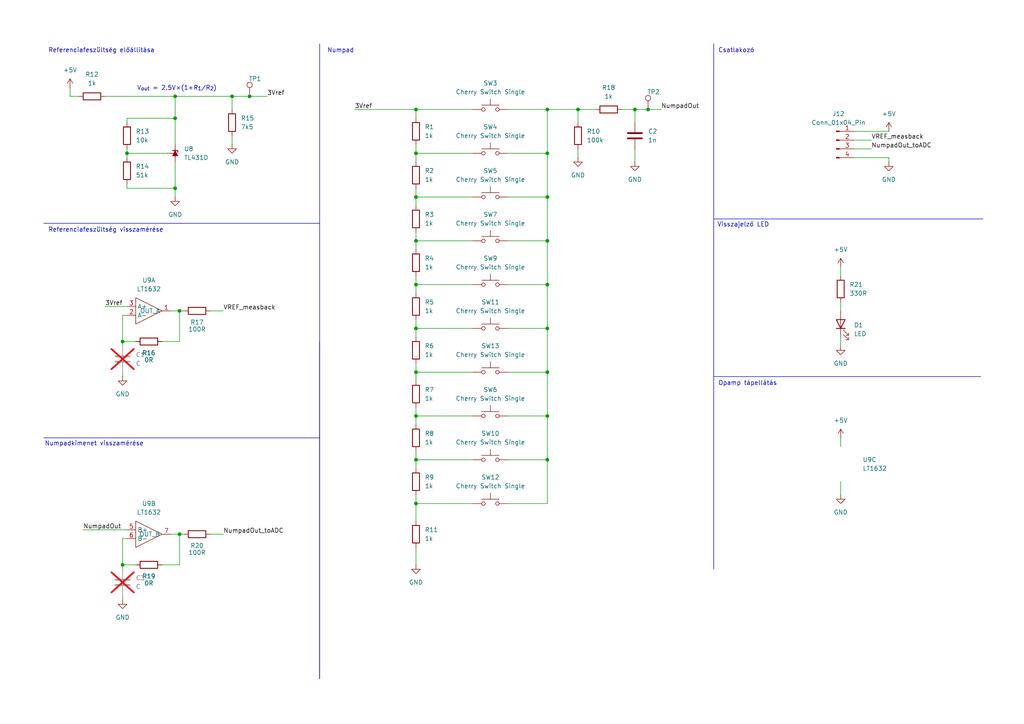
<source format=kicad_sch>
(kicad_sch (version 20250114) (generator "eeschema") (generator_version "9.0")
  (paper "A4")
  (lib_symbols
    (symbol "Connector:Conn_01x04_Pin" (pin_names (offset 1.016) (hide yes))
      (property "Reference" "J" (at 0 5.08 0))
      (property "Value" "Conn_01x04_Pin" (at 0 -7.62 0))
      (symbol "Conn_01x04_Pin_1_1"
        (rectangle (start 0.8636 2.667) (end 0 2.413) (stroke (width 0.1524)) (fill (type outline)))
        (rectangle (start 0.8636 0.127) (end 0 -0.127) (stroke (width 0.1524)) (fill (type outline)))
        (rectangle (start 0.8636 -2.413) (end 0 -2.667) (stroke (width 0.1524)) (fill (type outline)))
        (rectangle (start 0.8636 -4.953) (end 0 -5.207) (stroke (width 0.1524)) (fill (type outline)))
        (polyline (pts (xy 1.27 2.54) (xy 0.8636 2.54)) (stroke (width 0.1524)))
        (polyline (pts (xy 1.27 0) (xy 0.8636 0)) (stroke (width 0.1524)))
        (polyline (pts (xy 1.27 -2.54) (xy 0.8636 -2.54)) (stroke (width 0.1524)))
        (polyline (pts (xy 1.27 -5.08) (xy 0.8636 -5.08)) (stroke (width 0.1524)))
        (pin passive line (at 5.08 2.54 180) (length 3.81) (name "Pin_1") (number "1"))
        (pin passive line (at 5.08 0 180) (length 3.81) (name "Pin_2") (number "2"))
        (pin passive line (at 5.08 -2.54 180) (length 3.81) (name "Pin_3") (number "3"))
        (pin passive line (at 5.08 -5.08 180) (length 3.81) (name "Pin_4") (number "4"))
      )
    )
    (symbol "Connector:TestPoint" (pin_numbers (hide yes)) (pin_names (offset 0.762) (hide yes))
      (property "Reference" "TP" (at 0 6.858 0))
      (property "Value" "TestPoint" (at 0 5.08 0))
      (symbol "TestPoint_0_1"
        (circle (center 0 3.302) (radius 0.762))
      )
      (symbol "TestPoint_1_1"
        (pin passive line (at 0 0 90) (length 2.54) (name "1") (number "1"))
      )
    )
    (symbol "Device:C" (pin_numbers (hide yes)) (pin_names (offset 0.254))
      (property "Reference" "C" (at 0.635 2.54 0))
      (property "Value" "C" (at 0.635 -2.54 0))
      (symbol "C_0_1"
        (polyline (pts (xy -2.032 0.762) (xy 2.032 0.762)) (stroke (width 0.508)))
        (polyline (pts (xy -2.032 -0.762) (xy 2.032 -0.762)) (stroke (width 0.508)))
      )
      (symbol "C_1_1"
        (pin passive line (at 0 3.81 270) (length 2.794) (name "~") (number "1"))
        (pin passive line (at 0 -3.81 90) (length 2.794) (name "~") (number "2"))
      )
    )
    (symbol "Device:LED" (pin_numbers (hide yes)) (pin_names (offset 1.016) (hide yes))
      (property "Reference" "D" (at 0 2.54 0))
      (property "Value" "LED" (at 0 -2.54 0))
      (symbol "LED_0_1"
        (polyline (pts (xy -3.048 -0.762) (xy -4.572 -2.286) (xy -3.81 -2.286) (xy -4.572 -2.286) (xy -4.572 -1.524)))
        (polyline (pts (xy -1.778 -0.762) (xy -3.302 -2.286) (xy -2.54 -2.286) (xy -3.302 -2.286) (xy -3.302 -1.524)))
        (polyline (pts (xy -1.27 0) (xy 1.27 0)))
        (polyline (pts (xy -1.27 -1.27) (xy -1.27 1.27)) (stroke (width 0.254)))
        (polyline (pts (xy 1.27 -1.27) (xy 1.27 1.27) (xy -1.27 0) (xy 1.27 -1.27)) (stroke (width 0.254)))
      )
      (symbol "LED_1_1"
        (pin passive line (at -3.81 0 0) (length 2.54) (name "K") (number "1"))
        (pin passive line (at 3.81 0 180) (length 2.54) (name "A") (number "2"))
      )
    )
    (symbol "Device:R" (pin_numbers (hide yes)) (pin_names (offset 0))
      (property "Reference" "R" (at 2.032 0 90))
      (property "Value" "R" (at 0 0 90))
      (symbol "R_0_1"
        (rectangle (start -1.016 -2.54) (end 1.016 2.54) (stroke (width 0.254)))
      )
      (symbol "R_1_1"
        (pin passive line (at 0 3.81 270) (length 1.27) (name "~") (number "1"))
        (pin passive line (at 0 -3.81 90) (length 1.27) (name "~") (number "2"))
      )
    )
    (symbol "LT1632_1"
      (property "Reference" "U" (at 0.508 9.144 0))
      (property "Value" "LT1632" (at 0 0 0))
      (symbol "LT1632_1_1_1"
        (polyline (pts (xy 0 0) (xy 7.62 3.81) (xy 0 7.62) (xy 0 0)))
        (pin input line (at -2.54 5.08 0) (length 2.54) (name "A+") (number "3"))
        (pin input line (at -2.54 2.54 0) (length 2.54) (name "A-") (number "2"))
        (pin output line (at 10.16 3.81 180) (length 2.54) (name "OUT_A") (number "1"))
      )
      (symbol "LT1632_1_2_1"
        (polyline (pts (xy 0 0) (xy 7.62 3.81) (xy 0 7.62) (xy 0 0)))
        (pin input line (at -2.54 5.08 0) (length 2.54) (name "B+") (number "5"))
        (pin input line (at -2.54 2.54 0) (length 2.54) (name "B-") (number "6"))
        (pin output line (at 10.16 3.81 180) (length 2.54) (name "OUT_B") (number "7"))
      )
      (symbol "LT1632_1_3_1"
        (pin power_in line (at 2.54 8.89 270) (length 2.54) (hide yes) (name "V+") (number "8"))
        (pin power_in line (at 2.54 -1.27 90) (length 2.54) (hide yes) (name "V-") (number "4"))
      )
    )
    (symbol "Reference_Voltage:TL431D" (pin_numbers (hide yes)) (pin_names (hide yes))
      (property "Reference" "U" (at 0 -2.54 0))
      (property "Value" "TL431D" (at 0 -4.445 0))
      (symbol "TL431D_0_1"
        (polyline (pts (xy -1.27 0) (xy 0 0) (xy 1.27 0)))
        (polyline (pts (xy -0.762 -0.762) (xy -0.762 0.762) (xy -0.762 0.762) (xy 0.762 0) (xy -0.762 -0.762)) (fill (type outline)))
        (polyline (pts (xy 0.254 -0.762) (xy 0.762 -0.762) (xy 0.762 0.762) (xy 0.762 0.762)) (stroke (width 0.254)))
      )
      (symbol "TL431D_1_1"
        (polyline (pts (xy 0 1.27) (xy 0 0)))
        (pin passive line (at -2.54 0 0) (length 2.54) (name "A") (number "2"))
        (pin passive line (at -2.54 0 0) (length 2.54) (hide yes) (name "A") (number "3"))
        (pin passive line (at -2.54 0 0) (length 2.54) (hide yes) (name "A") (number "6"))
        (pin passive line (at -2.54 0 0) (length 2.54) (hide yes) (name "A") (number "7"))
        (pin passive line (at 0 2.54 270) (length 2.54) (name "REF") (number "8"))
        (pin passive line (at 2.54 0 180) (length 2.54) (name "K") (number "1"))
      )
    )
    (symbol "Switch:SW_Push" (pin_numbers (hide yes)) (pin_names (offset 1.016) (hide yes))
      (property "Reference" "SW" (at 1.27 2.54 0))
      (property "Value" "SW_Push" (at 0 -1.524 0))
      (symbol "SW_Push_0_1"
        (circle (center -2.032 0) (radius 0.508))
        (polyline (pts (xy 0 1.27) (xy 0 3.048)))
        (circle (center 2.032 0) (radius 0.508))
        (polyline (pts (xy 2.54 1.27) (xy -2.54 1.27)))
        (pin passive line (at -5.08 0 0) (length 2.54) (name "1") (number "1"))
        (pin passive line (at 5.08 0 180) (length 2.54) (name "2") (number "2"))
      )
    )
    (symbol "SymbolLib:LT1632"
      (property "Reference" "U" (at 0.508 9.144 0))
      (property "Value" "LT1632" (at 0 0 0))
      (symbol "LT1632_1_1"
        (polyline (pts (xy 0 0) (xy 7.62 3.81) (xy 0 7.62) (xy 0 0)))
        (pin input line (at -2.54 5.08 0) (length 2.54) (name "A+") (number "3"))
        (pin input line (at -2.54 2.54 0) (length 2.54) (name "A-") (number "2"))
        (pin output line (at 10.16 3.81 180) (length 2.54) (name "OUT_A") (number "1"))
      )
      (symbol "LT1632_2_1"
        (polyline (pts (xy 0 0) (xy 7.62 3.81) (xy 0 7.62) (xy 0 0)))
        (pin input line (at -2.54 5.08 0) (length 2.54) (name "B+") (number "5"))
        (pin input line (at -2.54 2.54 0) (length 2.54) (name "B-") (number "6"))
        (pin output line (at 10.16 3.81 180) (length 2.54) (name "OUT_B") (number "7"))
      )
      (symbol "LT1632_3_1"
        (polyline (pts (xy 0 0) (xy 7.62 3.81) (xy 0 7.62) (xy 0 0)))
        (pin power_in line (at 2.54 8.89 270) (length 2.54) (hide yes) (name "V+") (number "8"))
        (pin power_in line (at 2.54 -1.27 90) (length 2.54) (hide yes) (name "V-") (number "4"))
      )
    )
    (symbol "power:+5V" (power) (pin_numbers (hide yes)) (pin_names (offset 0) (hide yes))
      (property "Value" "+5V" (at 0 3.556 0))
      (symbol "+5V_0_1"
        (polyline (pts (xy -0.762 1.27) (xy 0 2.54)))
        (polyline (pts (xy 0 2.54) (xy 0.762 1.27)))
        (polyline (pts (xy 0 0) (xy 0 2.54)))
      )
      (symbol "+5V_1_1"
        (pin power_in line (at 0 0 90) (length 0) (name "~") (number "1"))
      )
    )
    (symbol "power:GND" (power) (pin_numbers (hide yes)) (pin_names (offset 0) (hide yes))
      (property "Value" "GND" (at 0 -3.81 0))
      (symbol "GND_0_1"
        (polyline (pts (xy 0 0) (xy 0 -1.27) (xy 1.27 -1.27) (xy 0 -2.54) (xy -1.27 -1.27) (xy 0 -1.27)))
      )
      (symbol "GND_1_1"
        (pin power_in line (at 0 0 270) (length 0) (name "~") (number "1"))
      )
    )
  )
  (text "Visszajelző LED\n\n" (at 208.026 64.516 0) (effects (font (size 1.27 1.27)) (justify left top)))
  (text "Referenciafeszültség előállítása" (at 13.97 13.97 0) (effects (font (size 1.27 1.27)) (justify left top)))
  (text "Numpad" (at 98.806 14.732 0) (effects (font (size 1.27 1.27))))
  (text "Opamp tápellátás" (at 208.28 110.49 0) (effects (font (size 1.27 1.27)) (justify left top)))
  (text "Referenciafeszültség visszamérése" (at 13.97 66.04 0) (effects (font (size 1.27 1.27)) (justify left top)))
  (text "Numpadkimenet visszamérése" (at 12.954 128.016 0) (effects (font (size 1.27 1.27)) (justify left top)))
  (text "V_{out} = 2.5V×(1+R_{1}/R_{2})" (exclude_from_sim yes) (at 51.308 25.654 0) (effects (font (size 1.27 1.27))))
  (text "Csatlakozó" (at 208.28 13.97 0) (effects (font (size 1.27 1.27)) (justify left top)))
  (junction (at 35.56 163.83))
  (junction (at 50.8 34.29))
  (junction (at 120.65 133.35))
  (junction (at 120.65 82.55))
  (junction (at 120.65 44.45))
  (junction (at 158.75 120.65))
  (junction (at 120.65 120.65))
  (junction (at 50.8 54.61))
  (junction (at 158.75 107.95))
  (junction (at 158.75 95.25))
  (junction (at 120.65 146.05))
  (junction (at 120.65 95.25))
  (junction (at 158.75 69.85))
  (junction (at 158.75 44.45))
  (junction (at 158.75 57.15))
  (junction (at 52.07 154.94))
  (junction (at 187.96 31.75))
  (junction (at 120.65 57.15))
  (junction (at 52.07 90.17))
  (junction (at 158.75 31.75))
  (junction (at 167.64 31.75))
  (junction (at 35.56 99.06))
  (junction (at 158.75 82.55))
  (junction (at 120.65 31.75))
  (junction (at 50.8 27.94))
  (junction (at 72.39 27.94))
  (junction (at 120.65 107.95))
  (junction (at 158.75 133.35))
  (junction (at 67.31 27.94))
  (junction (at 120.65 69.85))
  (junction (at 184.15 31.75))
  (junction (at 36.83 44.45))
  (wire (pts (xy 35.56 99.06) (xy 39.37 99.06)))
  (wire (pts (xy 120.65 67.31) (xy 120.65 69.85)))
  (polyline (pts (xy 207.01 12.7) (xy 207.01 165.1)))
  (wire (pts (xy 147.32 31.75) (xy 158.75 31.75)))
  (wire (pts (xy 184.15 31.75) (xy 187.96 31.75)))
  (wire (pts (xy 187.96 31.75) (xy 191.77 31.75)))
  (wire (pts (xy 243.84 87.63) (xy 243.84 90.17)))
  (wire (pts (xy 247.65 45.72) (xy 257.81 45.72)))
  (wire (pts (xy 102.87 31.75) (xy 120.65 31.75)))
  (wire (pts (xy 36.83 43.18) (xy 36.83 44.45)))
  (wire (pts (xy 50.8 46.99) (xy 50.8 54.61)))
  (wire (pts (xy 60.96 90.17) (xy 64.77 90.17)))
  (wire (pts (xy 120.65 146.05) (xy 120.65 151.13)))
  (wire (pts (xy 35.56 172.72) (xy 35.56 173.99)))
  (wire (pts (xy 158.75 31.75) (xy 158.75 44.45)))
  (wire (pts (xy 167.64 43.18) (xy 167.64 45.72)))
  (wire (pts (xy 147.32 133.35) (xy 158.75 133.35)))
  (wire (pts (xy 120.65 130.81) (xy 120.65 133.35)))
  (wire (pts (xy 36.83 34.29) (xy 50.8 34.29)))
  (wire (pts (xy 167.64 31.75) (xy 167.64 35.56)))
  (wire (pts (xy 167.64 31.75) (xy 172.72 31.75)))
  (wire (pts (xy 20.32 25.4) (xy 20.32 27.94)))
  (wire (pts (xy 120.65 92.71) (xy 120.65 95.25)))
  (wire (pts (xy 120.65 120.65) (xy 137.16 120.65)))
  (polyline (pts (xy 92.71 12.7) (xy 92.71 196.85)))
  (wire (pts (xy 35.56 107.95) (xy 35.56 109.22)))
  (wire (pts (xy 147.32 120.65) (xy 158.75 120.65)))
  (wire (pts (xy 120.65 107.95) (xy 137.16 107.95)))
  (wire (pts (xy 50.8 27.94) (xy 67.31 27.94)))
  (wire (pts (xy 120.65 57.15) (xy 120.65 59.69)))
  (wire (pts (xy 67.31 39.37) (xy 67.31 41.91)))
  (wire (pts (xy 35.56 156.21) (xy 35.56 163.83)))
  (wire (pts (xy 30.48 88.9) (xy 36.83 88.9)))
  (wire (pts (xy 52.07 163.83) (xy 52.07 154.94)))
  (wire (pts (xy 158.75 133.35) (xy 158.75 120.65)))
  (wire (pts (xy 120.65 82.55) (xy 137.16 82.55)))
  (wire (pts (xy 257.81 45.72) (xy 257.81 46.99)))
  (wire (pts (xy 120.65 31.75) (xy 120.65 34.29)))
  (wire (pts (xy 52.07 90.17) (xy 53.34 90.17)))
  (wire (pts (xy 50.8 27.94) (xy 50.8 34.29)))
  (wire (pts (xy 243.84 77.47) (xy 243.84 80.01)))
  (polyline (pts (xy 12.7 127) (xy 92.71 127)))
  (wire (pts (xy 158.75 57.15) (xy 158.75 44.45)))
  (wire (pts (xy 36.83 44.45) (xy 48.26 44.45)))
  (wire (pts (xy 120.65 57.15) (xy 137.16 57.15)))
  (wire (pts (xy 24.13 153.67) (xy 36.83 153.67)))
  (wire (pts (xy 184.15 31.75) (xy 184.15 35.56)))
  (wire (pts (xy 60.96 154.94) (xy 64.77 154.94)))
  (wire (pts (xy 52.07 154.94) (xy 53.34 154.94)))
  (wire (pts (xy 120.65 95.25) (xy 137.16 95.25)))
  (wire (pts (xy 147.32 146.05) (xy 158.75 146.05)))
  (wire (pts (xy 137.16 69.85) (xy 120.65 69.85)))
  (wire (pts (xy 147.32 107.95) (xy 158.75 107.95)))
  (wire (pts (xy 36.83 44.45) (xy 36.83 45.72)))
  (wire (pts (xy 147.32 82.55) (xy 158.75 82.55)))
  (wire (pts (xy 158.75 31.75) (xy 167.64 31.75)))
  (wire (pts (xy 120.65 146.05) (xy 137.16 146.05)))
  (wire (pts (xy 36.83 35.56) (xy 36.83 34.29)))
  (wire (pts (xy 120.65 143.51) (xy 120.65 146.05)))
  (wire (pts (xy 50.8 54.61) (xy 50.8 57.15)))
  (wire (pts (xy 36.83 53.34) (xy 36.83 54.61)))
  (wire (pts (xy 120.65 69.85) (xy 120.65 72.39)))
  (wire (pts (xy 67.31 27.94) (xy 67.31 31.75)))
  (wire (pts (xy 243.84 127) (xy 243.84 129.54)))
  (wire (pts (xy 35.56 163.83) (xy 35.56 165.1)))
  (wire (pts (xy 120.65 31.75) (xy 137.16 31.75)))
  (wire (pts (xy 247.65 40.64) (xy 252.73 40.64)))
  (wire (pts (xy 120.65 118.11) (xy 120.65 120.65)))
  (wire (pts (xy 120.65 80.01) (xy 120.65 82.55)))
  (polyline (pts (xy 92.71 99.06) (xy 92.71 196.85)))
  (wire (pts (xy 147.32 95.25) (xy 158.75 95.25)))
  (polyline (pts (xy 12.7 64.77) (xy 92.71 64.77)))
  (wire (pts (xy 247.65 43.18) (xy 252.73 43.18)))
  (wire (pts (xy 120.65 120.65) (xy 120.65 123.19)))
  (wire (pts (xy 120.65 82.55) (xy 120.65 85.09)))
  (wire (pts (xy 180.34 31.75) (xy 184.15 31.75)))
  (wire (pts (xy 247.65 38.1) (xy 257.81 38.1)))
  (wire (pts (xy 243.84 139.7) (xy 243.84 143.51)))
  (wire (pts (xy 67.31 27.94) (xy 72.39 27.94)))
  (wire (pts (xy 120.65 54.61) (xy 120.65 57.15)))
  (wire (pts (xy 120.65 107.95) (xy 120.65 110.49)))
  (wire (pts (xy 120.65 133.35) (xy 137.16 133.35)))
  (wire (pts (xy 35.56 91.44) (xy 35.56 99.06)))
  (wire (pts (xy 120.65 105.41) (xy 120.65 107.95)))
  (polyline (pts (xy 207.01 63.5) (xy 285.115 63.5)))
  (wire (pts (xy 72.39 27.94) (xy 77.47 27.94)))
  (wire (pts (xy 120.65 95.25) (xy 120.65 97.79)))
  (wire (pts (xy 147.32 69.85) (xy 158.75 69.85)))
  (wire (pts (xy 46.99 99.06) (xy 52.07 99.06)))
  (wire (pts (xy 147.32 57.15) (xy 158.75 57.15)))
  (wire (pts (xy 158.75 146.05) (xy 158.75 133.35)))
  (wire (pts (xy 120.65 133.35) (xy 120.65 135.89)))
  (polyline (pts (xy 207.01 109.22) (xy 284.48 109.22)))
  (wire (pts (xy 50.8 54.61) (xy 36.83 54.61)))
  (wire (pts (xy 243.84 97.79) (xy 243.84 100.33)))
  (wire (pts (xy 120.65 44.45) (xy 120.65 46.99)))
  (wire (pts (xy 20.32 27.94) (xy 22.86 27.94)))
  (wire (pts (xy 158.75 69.85) (xy 158.75 57.15)))
  (wire (pts (xy 46.99 163.83) (xy 52.07 163.83)))
  (wire (pts (xy 120.65 158.75) (xy 120.65 163.83)))
  (wire (pts (xy 52.07 99.06) (xy 52.07 90.17)))
  (wire (pts (xy 184.15 43.18) (xy 184.15 46.99)))
  (wire (pts (xy 52.07 154.94) (xy 49.53 154.94)))
  (wire (pts (xy 36.83 91.44) (xy 35.56 91.44)))
  (wire (pts (xy 158.75 107.95) (xy 158.75 95.25)))
  (wire (pts (xy 120.65 41.91) (xy 120.65 44.45)))
  (wire (pts (xy 158.75 120.65) (xy 158.75 107.95)))
  (wire (pts (xy 36.83 156.21) (xy 35.56 156.21)))
  (wire (pts (xy 50.8 34.29) (xy 50.8 41.91)))
  (wire (pts (xy 35.56 99.06) (xy 35.56 100.33)))
  (wire (pts (xy 158.75 95.25) (xy 158.75 82.55)))
  (wire (pts (xy 120.65 44.45) (xy 137.16 44.45)))
  (wire (pts (xy 52.07 90.17) (xy 49.53 90.17)))
  (wire (pts (xy 158.75 82.55) (xy 158.75 69.85)))
  (wire (pts (xy 35.56 163.83) (xy 39.37 163.83)))
  (wire (pts (xy 30.48 27.94) (xy 50.8 27.94)))
  (wire (pts (xy 147.32 44.45) (xy 158.75 44.45)))
  (label "NumpadOut_toADC" (at 252.73 43.18 0))
  (label "3Vref" (at 77.47 27.94 0))
  (label "VREF_measback" (at 252.73 40.64 0))
  (label "NumpadOut" (at 24.13 153.67 0))
  (label "VREF_measback" (at 64.77 90.17 0))
  (label "3Vref" (at 30.48 88.9 0))
  (label "NumpadOut_toADC" (at 64.77 154.94 0))
  (label "NumpadOut" (at 191.77 31.75 0))
  (label "3Vref" (at 102.87 31.75 0))
  (symbol (lib_id "Device:R") (at 57.15 154.94 90) (unit 1)
    (property "Reference" "R20" (at 57.15 158.242 90))
    (property "Value" "100R" (at 57.15 160.274 90))
    (property "Footprint" "Resistor_SMD:R_0603_1608Metric" (effects (hide yes)))
    (property "Description" "Resistor" (effects (hide yes)))
  )
  (symbol (lib_id "Connector:TestPoint") (at 187.96 31.75 0) (unit 1)
    (property "Reference" "TP2" (at 187.706 26.67 0) (effects (justify left)))
    (property "Value" "TestPoint" (effects (hide yes)))
    (property "Footprint" "TestPoint:TestPoint_Pad_D2.0mm" (effects (hide yes)))
    (property "Description" "test point" (effects (hide yes)))
  )
  (symbol (lib_id "Device:R") (at 120.65 101.6 0) (unit 1)
    (property "Reference" "R6" (at 123.19 100.3299 0) (effects (justify left)))
    (property "Value" "1k" (at 123.19 102.8699 0) (effects (justify left)))
    (property "Footprint" "Resistor_SMD:R_0603_1608Metric" (effects (hide yes)))
    (property "Description" "Resistor" (effects (hide yes)))
  )
  (symbol (lib_id "Switch:SW_Push") (at 142.24 120.65 0) (unit 1)
    (property "Reference" "SW6" (at 142.24 113.03 0))
    (property "Value" "Cherry Switch Single" (at 142.24 115.57 0))
    (property "Footprint" "ComponentLib:SW_Cherry_MX_1.00u_PCB" (effects (hide yes)))
    (property "Description" "Push button switch, generic, two pins" (effects (hide yes)))
  )
  (symbol (lib_id "Device:R") (at 67.31 35.56 0) (unit 1)
    (property "Reference" "R15" (at 69.85 34.2899 0) (effects (justify left)))
    (property "Value" "7k5" (at 69.85 36.8299 0) (effects (justify left)))
    (property "Footprint" "Resistor_SMD:R_0603_1608Metric" (effects (hide yes)))
    (property "Description" "Resistor" (effects (hide yes)))
  )
  (symbol (lib_id "Device:R") (at 120.65 139.7 0) (unit 1)
    (property "Reference" "R9" (at 123.19 138.4299 0) (effects (justify left)))
    (property "Value" "1k" (at 123.19 140.9699 0) (effects (justify left)))
    (property "Footprint" "Resistor_SMD:R_0603_1608Metric" (effects (hide yes)))
    (property "Description" "Resistor" (effects (hide yes)))
  )
  (symbol (lib_id "Device:C") (at 35.56 104.14 0) (unit 1) (dnp yes)
    (property "Reference" "C1" (at 39.37 102.8699 0) (effects (justify left)))
    (property "Value" "C" (at 39.37 105.4099 0) (effects (justify left)))
    (property "Footprint" "Capacitor_SMD:C_0603_1608Metric_Pad1.08x0.95mm_HandSolder" (effects (hide yes)))
    (property "Description" "Unpolarized capacitor" (effects (hide yes)))
  )
  (symbol (lib_id "Switch:SW_Push") (at 142.24 107.95 0) (unit 1)
    (property "Reference" "SW13" (at 142.24 100.33 0))
    (property "Value" "Cherry Switch Single" (at 142.24 102.87 0))
    (property "Footprint" "ComponentLib:SW_Cherry_MX_1.00u_PCB" (effects (hide yes)))
    (property "Description" "Push button switch, generic, two pins" (effects (hide yes)))
  )
  (symbol (lib_id "Device:R") (at 26.67 27.94 90) (unit 1)
    (property "Reference" "R12" (at 26.67 21.59 90))
    (property "Value" "1k" (at 26.67 24.13 90))
    (property "Footprint" "Resistor_SMD:R_0603_1608Metric" (effects (hide yes)))
    (property "Description" "Resistor" (effects (hide yes)))
  )
  (symbol (lib_id "power:GND") (at 243.84 143.51 0) (unit 1)
    (property "Reference" "#PWR012" (effects (hide yes)))
    (property "Value" "GND" (at 243.84 148.59 0))
    (property "Description" "Power symbol creates a global label with name \"GND\" , ground" (effects (hide yes)))
  )
  (symbol (lib_id "power:GND") (at 35.56 109.22 0) (unit 1)
    (property "Reference" "#PWR09" (effects (hide yes)))
    (property "Value" "GND" (at 35.56 114.3 0))
    (property "Description" "Power symbol creates a global label with name \"GND\" , ground" (effects (hide yes)))
  )
  (symbol (lib_id "power:+5V") (at 243.84 127 0) (unit 1)
    (property "Reference" "#PWR08" (effects (hide yes)))
    (property "Value" "+5V" (at 243.84 121.92 0))
    (property "Description" "Power symbol creates a global label with name \"+5V\"" (effects (hide yes)))
  )
  (symbol (lib_id "power:GND") (at 67.31 41.91 0) (unit 1)
    (property "Reference" "#PWR05" (effects (hide yes)))
    (property "Value" "GND" (at 67.31 46.99 0))
    (property "Description" "Power symbol creates a global label with name \"GND\" , ground" (effects (hide yes)))
  )
  (symbol (lib_id "Switch:SW_Push") (at 142.24 69.85 0) (unit 1)
    (property "Reference" "SW7" (at 142.24 62.23 0))
    (property "Value" "Cherry Switch Single" (at 142.24 64.77 0))
    (property "Footprint" "ComponentLib:SW_Cherry_MX_1.00u_PCB" (effects (hide yes)))
    (property "Description" "Push button switch, generic, two pins" (effects (hide yes)))
  )
  (symbol (lib_id "Device:C") (at 184.15 39.37 0) (unit 1)
    (property "Reference" "C2" (at 187.96 38.0999 0) (effects (justify left)))
    (property "Value" "1n" (at 187.96 40.6399 0) (effects (justify left)))
    (property "Footprint" "Capacitor_SMD:C_0603_1608Metric" (effects (hide yes)))
    (property "Description" "Unpolarized capacitor" (effects (hide yes)))
  )
  (symbol (lib_id "SymbolLib:LT1632") (at 39.37 158.75 0) (unit 2)
    (property "Reference" "U9" (at 43.18 146.05 0))
    (property "Value" "LT1632" (at 43.18 148.59 0))
    (property "Footprint" "Package_SO:SOIC-8_3.9x4.9mm_P1.27mm" (effects (hide yes)))
    (property "Datasheet" "https://www.analog.com/media/en/technical-documentation/data-sheets/16323fs.pdf" (effects (hide yes)))
    (property "Description" "Precision Op Amps" (effects (hide yes)))
  )
  (symbol (lib_id "Device:R") (at 120.65 154.94 0) (unit 1)
    (property "Reference" "R11" (at 123.19 153.6699 0) (effects (justify left)))
    (property "Value" "1k" (at 123.19 156.2099 0) (effects (justify left)))
    (property "Footprint" "Resistor_SMD:R_0603_1608Metric" (effects (hide yes)))
    (property "Description" "Resistor" (effects (hide yes)))
  )
  (symbol (lib_id "power:GND") (at 50.8 57.15 0) (unit 1)
    (property "Reference" "#PWR03" (effects (hide yes)))
    (property "Value" "GND" (at 50.8 62.23 0))
    (property "Description" "Power symbol creates a global label with name \"GND\" , ground" (effects (hide yes)))
  )
  (symbol (lib_id "Reference_Voltage:TL431D") (at 50.8 44.45 90) (unit 1)
    (property "Reference" "U8" (at 53.34 43.1799 90) (effects (justify right)))
    (property "Value" "TL431D" (at 53.34 45.7199 90) (effects (justify right)))
    (property "Footprint" "Package_SO:SOIC-8_3.9x4.9mm_P1.27mm" (effects (hide yes)))
    (property "Datasheet" "http://www.ti.com/lit/ds/symlink/tl431.pdf" (effects (hide yes)))
    (property "Description" "Shunt Regulator, SO-8" (effects (hide yes)))
  )
  (symbol (lib_id "Device:R") (at 176.53 31.75 90) (unit 1)
    (property "Reference" "R18" (at 176.53 25.4 90))
    (property "Value" "1k" (at 176.53 27.94 90))
    (property "Footprint" "Resistor_SMD:R_0603_1608Metric" (effects (hide yes)))
    (property "Description" "Resistor" (effects (hide yes)))
  )
  (symbol (lib_id "Device:R") (at 120.65 88.9 0) (unit 1)
    (property "Reference" "R5" (at 123.19 87.6299 0) (effects (justify left)))
    (property "Value" "1k" (at 123.19 90.1699 0) (effects (justify left)))
    (property "Footprint" "Resistor_SMD:R_0603_1608Metric" (effects (hide yes)))
    (property "Description" "Resistor" (effects (hide yes)))
  )
  (symbol (lib_id "power:GND") (at 35.56 173.99 0) (unit 1)
    (property "Reference" "#PWR011" (effects (hide yes)))
    (property "Value" "GND" (at 35.56 179.07 0))
    (property "Description" "Power symbol creates a global label with name \"GND\" , ground" (effects (hide yes)))
  )
  (symbol (lib_id "Connector:TestPoint") (at 72.39 27.94 0) (unit 1)
    (property "Reference" "TP1" (at 72.136 22.86 0) (effects (justify left)))
    (property "Value" "TestPoint" (effects (hide yes)))
    (property "Footprint" "TestPoint:TestPoint_Pad_D2.0mm" (effects (hide yes)))
    (property "Description" "test point" (effects (hide yes)))
  )
  (symbol (lib_id "power:GND") (at 243.84 100.33 0) (unit 1)
    (property "Reference" "#PWR013" (effects (hide yes)))
    (property "Value" "GND" (at 243.84 105.41 0))
    (property "Description" "Power symbol creates a global label with name \"GND\" , ground" (effects (hide yes)))
  )
  (symbol (lib_id "Switch:SW_Push") (at 142.24 133.35 0) (unit 1)
    (property "Reference" "SW10" (at 142.24 125.73 0))
    (property "Value" "Cherry Switch Single" (at 142.24 128.27 0))
    (property "Footprint" "ComponentLib:SW_Cherry_MX_1.00u_PCB" (effects (hide yes)))
    (property "Description" "Push button switch, generic, two pins" (effects (hide yes)))
  )
  (symbol (lib_id "power:GND") (at 167.64 45.72 0) (unit 1)
    (property "Reference" "#PWR01" (effects (hide yes)))
    (property "Value" "GND" (at 167.64 50.8 0))
    (property "Description" "Power symbol creates a global label with name \"GND\" , ground" (effects (hide yes)))
  )
  (symbol (lib_id "Device:R") (at 43.18 163.83 90) (unit 1)
    (property "Reference" "R19" (at 43.18 167.132 90))
    (property "Value" "0R" (at 43.18 169.164 90))
    (property "Footprint" "Resistor_SMD:R_0603_1608Metric" (effects (hide yes)))
    (property "Description" "Resistor" (effects (hide yes)))
  )
  (symbol (lib_id "Device:R") (at 43.18 99.06 90) (unit 1)
    (property "Reference" "R16" (at 43.18 102.362 90))
    (property "Value" "0R" (at 43.18 104.394 90))
    (property "Footprint" "Resistor_SMD:R_0603_1608Metric" (effects (hide yes)))
    (property "Description" "Resistor" (effects (hide yes)))
  )
  (symbol (lib_id "Device:R") (at 36.83 39.37 0) (unit 1)
    (property "Reference" "R13" (at 39.37 38.0999 0) (effects (justify left)))
    (property "Value" "10k" (at 39.37 40.6399 0) (effects (justify left)))
    (property "Footprint" "Resistor_SMD:R_0603_1608Metric" (effects (hide yes)))
    (property "Description" "Resistor" (effects (hide yes)))
  )
  (symbol (lib_name "LT1632_1") (lib_id "SymbolLib:LT1632") (at 241.3 138.43 0) (unit 3)
    (property "Reference" "U9" (at 250.19 133.3499 0) (effects (justify left)))
    (property "Value" "LT1632" (at 250.19 135.8899 0) (effects (justify left)))
    (property "Footprint" "Package_SO:SOIC-8_3.9x4.9mm_P1.27mm" (effects (hide yes)))
    (property "Datasheet" "https://www.analog.com/media/en/technical-documentation/data-sheets/16323fs.pdf" (effects (hide yes)))
    (property "Description" "Precision Op Amps" (effects (hide yes)))
  )
  (symbol (lib_id "power:+5V") (at 257.81 38.1 0) (unit 1)
    (property "Reference" "#PWR06" (effects (hide yes)))
    (property "Value" "+5V" (at 257.81 33.02 0))
    (property "Description" "Power symbol creates a global label with name \"+5V\"" (effects (hide yes)))
  )
  (symbol (lib_id "Device:R") (at 167.64 39.37 0) (unit 1)
    (property "Reference" "R10" (at 170.18 38.0999 0) (effects (justify left)))
    (property "Value" "100k" (at 170.18 40.6399 0) (effects (justify left)))
    (property "Footprint" "Resistor_SMD:R_0603_1608Metric" (effects (hide yes)))
    (property "Description" "Resistor" (effects (hide yes)))
  )
  (symbol (lib_id "power:GND") (at 120.65 163.83 0) (unit 1)
    (property "Reference" "#PWR02" (effects (hide yes)))
    (property "Value" "GND" (at 120.65 168.91 0))
    (property "Description" "Power symbol creates a global label with name \"GND\" , ground" (effects (hide yes)))
  )
  (symbol (lib_id "Device:LED") (at 243.84 93.98 90) (unit 1)
    (property "Reference" "D1" (at 247.65 94.2974 90) (effects (justify right)))
    (property "Value" "LED" (at 247.65 96.8374 90) (effects (justify right)))
    (property "Description" "Light emitting diode" (effects (hide yes)))
    (property "Sim.Pins" "1=K 2=A" (effects (hide yes)))
  )
  (symbol (lib_id "Device:R") (at 120.65 114.3 0) (unit 1)
    (property "Reference" "R7" (at 123.19 113.0299 0) (effects (justify left)))
    (property "Value" "1k" (at 123.19 115.5699 0) (effects (justify left)))
    (property "Footprint" "Resistor_SMD:R_0603_1608Metric" (effects (hide yes)))
    (property "Description" "Resistor" (effects (hide yes)))
  )
  (symbol (lib_id "Device:R") (at 57.15 90.17 90) (unit 1)
    (property "Reference" "R17" (at 57.15 93.472 90))
    (property "Value" "100R" (at 57.15 95.504 90))
    (property "Footprint" "Resistor_SMD:R_0603_1608Metric" (effects (hide yes)))
    (property "Description" "Resistor" (effects (hide yes)))
  )
  (symbol (lib_id "Device:R") (at 120.65 38.1 0) (unit 1)
    (property "Reference" "R1" (at 123.19 36.8299 0) (effects (justify left)))
    (property "Value" "1k" (at 123.19 39.3699 0) (effects (justify left)))
    (property "Footprint" "Resistor_SMD:R_0603_1608Metric" (effects (hide yes)))
    (property "Description" "Resistor" (effects (hide yes)))
  )
  (symbol (lib_id "Device:R") (at 120.65 63.5 0) (unit 1)
    (property "Reference" "R3" (at 123.19 62.2299 0) (effects (justify left)))
    (property "Value" "1k" (at 123.19 64.7699 0) (effects (justify left)))
    (property "Footprint" "Resistor_SMD:R_0603_1608Metric" (effects (hide yes)))
    (property "Description" "Resistor" (effects (hide yes)))
  )
  (symbol (lib_id "Device:R") (at 243.84 83.82 0) (unit 1)
    (property "Reference" "R21" (at 246.38 82.5499 0) (effects (justify left)))
    (property "Value" "330R" (at 246.38 85.0899 0) (effects (justify left)))
    (property "Footprint" "Resistor_SMD:R_0603_1608Metric" (effects (hide yes)))
    (property "Description" "Resistor" (effects (hide yes)))
  )
  (symbol (lib_id "Switch:SW_Push") (at 142.24 146.05 0) (unit 1)
    (property "Reference" "SW12" (at 142.24 138.43 0))
    (property "Value" "Cherry Switch Single" (at 142.24 140.97 0))
    (property "Footprint" "ComponentLib:SW_Cherry_MX_1.00u_PCB" (effects (hide yes)))
    (property "Description" "Push button switch, generic, two pins" (effects (hide yes)))
  )
  (symbol (lib_id "power:+5V") (at 20.32 25.4 0) (unit 1)
    (property "Reference" "#PWR04" (effects (hide yes)))
    (property "Value" "+5V" (at 20.32 20.32 0))
    (property "Description" "Power symbol creates a global label with name \"+5V\"" (effects (hide yes)))
  )
  (symbol (lib_id "Switch:SW_Push") (at 142.24 57.15 0) (unit 1)
    (property "Reference" "SW5" (at 142.24 49.53 0))
    (property "Value" "Cherry Switch Single" (at 142.24 52.07 0))
    (property "Footprint" "ComponentLib:SW_Cherry_MX_1.00u_PCB" (effects (hide yes)))
    (property "Description" "Push button switch, generic, two pins" (effects (hide yes)))
  )
  (symbol (lib_id "Device:R") (at 120.65 127 0) (unit 1)
    (property "Reference" "R8" (at 123.19 125.7299 0) (effects (justify left)))
    (property "Value" "1k" (at 123.19 128.2699 0) (effects (justify left)))
    (property "Footprint" "Resistor_SMD:R_0603_1608Metric" (effects (hide yes)))
    (property "Description" "Resistor" (effects (hide yes)))
  )
  (symbol (lib_id "Switch:SW_Push") (at 142.24 82.55 0) (unit 1)
    (property "Reference" "SW9" (at 142.24 74.93 0))
    (property "Value" "Cherry Switch Single" (at 142.24 77.47 0))
    (property "Footprint" "ComponentLib:SW_Cherry_MX_1.00u_PCB" (effects (hide yes)))
    (property "Description" "Push button switch, generic, two pins" (effects (hide yes)))
  )
  (symbol (lib_id "Device:R") (at 120.65 76.2 0) (unit 1)
    (property "Reference" "R4" (at 123.19 74.9299 0) (effects (justify left)))
    (property "Value" "1k" (at 123.19 77.4699 0) (effects (justify left)))
    (property "Footprint" "Resistor_SMD:R_0603_1608Metric" (effects (hide yes)))
    (property "Description" "Resistor" (effects (hide yes)))
  )
  (symbol (lib_id "Device:C") (at 35.56 168.91 0) (unit 1) (dnp yes)
    (property "Reference" "C3" (at 39.37 167.6399 0) (effects (justify left)))
    (property "Value" "C" (at 39.37 170.1799 0) (effects (justify left)))
    (property "Footprint" "Capacitor_SMD:C_0603_1608Metric_Pad1.08x0.95mm_HandSolder" (effects (hide yes)))
    (property "Description" "Unpolarized capacitor" (effects (hide yes)))
  )
  (symbol (lib_id "power:GND") (at 184.15 46.99 0) (unit 1)
    (property "Reference" "#PWR010" (effects (hide yes)))
    (property "Value" "GND" (at 184.15 52.07 0))
    (property "Description" "Power symbol creates a global label with name \"GND\" , ground" (effects (hide yes)))
  )
  (symbol (lib_id "power:GND") (at 257.81 46.99 0) (unit 1)
    (property "Reference" "#PWR07" (effects (hide yes)))
    (property "Value" "GND" (at 257.81 52.07 0))
    (property "Description" "Power symbol creates a global label with name \"GND\" , ground" (effects (hide yes)))
  )
  (symbol (lib_id "Switch:SW_Push") (at 142.24 44.45 0) (unit 1)
    (property "Reference" "SW4" (at 142.24 36.83 0))
    (property "Value" "Cherry Switch Single" (at 142.24 39.37 0))
    (property "Footprint" "ComponentLib:SW_Cherry_MX_1.00u_PCB" (effects (hide yes)))
    (property "Description" "Push button switch, generic, two pins" (effects (hide yes)))
  )
  (symbol (lib_id "Switch:SW_Push") (at 142.24 95.25 0) (unit 1)
    (property "Reference" "SW11" (at 142.24 87.63 0))
    (property "Value" "Cherry Switch Single" (at 142.24 90.17 0))
    (property "Footprint" "ComponentLib:SW_Cherry_MX_1.00u_PCB" (effects (hide yes)))
    (property "Description" "Push button switch, generic, two pins" (effects (hide yes)))
  )
  (symbol (lib_id "Device:R") (at 120.65 50.8 0) (unit 1)
    (property "Reference" "R2" (at 123.19 49.5299 0) (effects (justify left)))
    (property "Value" "1k" (at 123.19 52.0699 0) (effects (justify left)))
    (property "Footprint" "Resistor_SMD:R_0603_1608Metric" (effects (hide yes)))
    (property "Description" "Resistor" (effects (hide yes)))
  )
  (symbol (lib_id "power:+5V") (at 243.84 77.47 0) (unit 1)
    (property "Reference" "#PWR014" (effects (hide yes)))
    (property "Value" "+5V" (at 243.84 72.39 0))
    (property "Description" "Power symbol creates a global label with name \"+5V\"" (effects (hide yes)))
  )
  (symbol (lib_id "SymbolLib:LT1632") (at 39.37 93.98 0) (unit 1)
    (property "Reference" "U9" (at 43.18 81.28 0))
    (property "Value" "LT1632" (at 43.18 83.82 0))
    (property "Footprint" "Package_SO:SOIC-8_3.9x4.9mm_P1.27mm" (effects (hide yes)))
    (property "Datasheet" "https://www.analog.com/media/en/technical-documentation/data-sheets/16323fs.pdf" (effects (hide yes)))
    (property "Description" "Precision Op Amps" (effects (hide yes)))
  )
  (symbol (lib_id "Device:R") (at 36.83 49.53 0) (unit 1)
    (property "Reference" "R14" (at 39.37 48.2599 0) (effects (justify left)))
    (property "Value" "51k" (at 39.37 50.7999 0) (effects (justify left)))
    (property "Footprint" "Resistor_SMD:R_0603_1608Metric" (effects (hide yes)))
    (property "Description" "Resistor" (effects (hide yes)))
  )
  (symbol (lib_id "Switch:SW_Push") (at 142.24 31.75 0) (unit 1)
    (property "Reference" "SW3" (at 142.24 24.13 0))
    (property "Value" "Cherry Switch Single" (at 142.24 26.67 0))
    (property "Footprint" "ComponentLib:SW_Cherry_MX_1.00u_PCB" (effects (hide yes)))
    (property "Description" "Push button switch, generic, two pins" (effects (hide yes)))
  )
  (symbol (lib_id "Connector:Conn_01x04_Pin") (at 242.57 40.64 0) (unit 1)
    (property "Reference" "J12" (at 243.205 33.02 0))
    (property "Value" "Conn_01x04_Pin" (at 243.205 35.56 0))
    (property "Footprint" "Connector_JST:JST_PH_B4B-PH-K_1x04_P2.00mm_Vertical" (effects (hide yes)))
    (property "Description" "Generic connector, single row, 01x04, script generated" (effects (hide yes)))
  )
)
</source>
